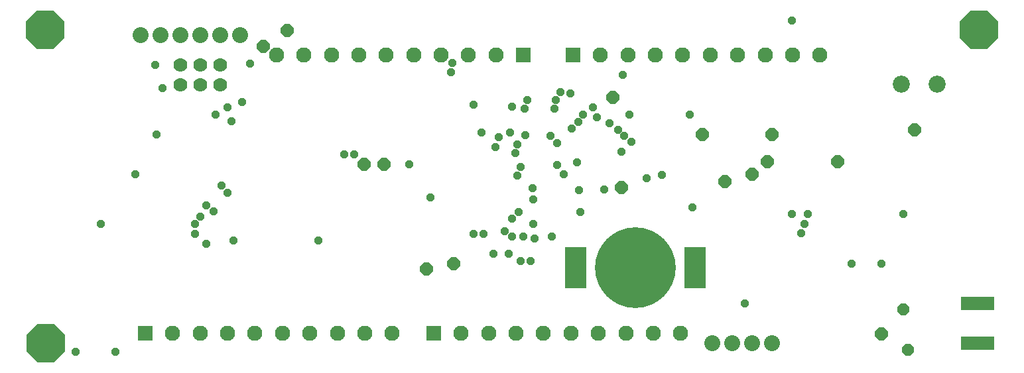
<source format=gbs>
G75*
%MOIN*%
%OFA0B0*%
%FSLAX25Y25*%
%IPPOS*%
%LPD*%
%AMOC8*
5,1,8,0,0,1.08239X$1,22.5*
%
%ADD10R,0.10600X0.20600*%
%ADD11C,0.40600*%
%ADD12C,0.07000*%
%ADD13C,0.08000*%
%ADD14R,0.07687X0.07687*%
%ADD15C,0.07687*%
%ADD16R,0.16600X0.06600*%
%ADD17C,0.08600*%
%ADD18OC8,0.04169*%
%ADD19OC8,0.06506*%
%ADD20OC8,0.05915*%
%ADD21OC8,0.19350*%
D10*
X0277369Y0058625D03*
X0337369Y0058625D03*
D11*
X0307369Y0058625D03*
D12*
X0098619Y0150500D03*
X0088619Y0150500D03*
X0078619Y0150500D03*
X0078619Y0160500D03*
X0088619Y0160500D03*
X0098619Y0160500D03*
D13*
X0098619Y0175500D03*
X0108619Y0175500D03*
X0088619Y0175500D03*
X0078619Y0175500D03*
X0068619Y0175500D03*
X0058619Y0175500D03*
X0346119Y0020500D03*
X0356119Y0020500D03*
X0366119Y0020500D03*
X0376119Y0020500D03*
D14*
X0206119Y0025500D03*
X0061119Y0025500D03*
X0251119Y0165500D03*
X0276119Y0165500D03*
D15*
X0289898Y0165500D03*
X0303678Y0165500D03*
X0317457Y0165500D03*
X0331237Y0165500D03*
X0345016Y0165500D03*
X0358796Y0165500D03*
X0372575Y0165500D03*
X0386355Y0165500D03*
X0400134Y0165500D03*
X0237339Y0165500D03*
X0223560Y0165500D03*
X0209780Y0165500D03*
X0196001Y0165500D03*
X0182221Y0165500D03*
X0168442Y0165500D03*
X0154662Y0165500D03*
X0140883Y0165500D03*
X0127103Y0165500D03*
X0130016Y0025500D03*
X0116237Y0025500D03*
X0102457Y0025500D03*
X0088678Y0025500D03*
X0074898Y0025500D03*
X0143796Y0025500D03*
X0157575Y0025500D03*
X0171355Y0025500D03*
X0185134Y0025500D03*
X0219898Y0025500D03*
X0233678Y0025500D03*
X0247457Y0025500D03*
X0261237Y0025500D03*
X0275016Y0025500D03*
X0288796Y0025500D03*
X0302575Y0025500D03*
X0316355Y0025500D03*
X0330134Y0025500D03*
D16*
X0479369Y0020500D03*
X0479369Y0040500D03*
D17*
X0458931Y0150813D03*
X0440931Y0150813D03*
D18*
X0026119Y0016125D03*
X0046119Y0016125D03*
X0091619Y0070500D03*
X0086119Y0075500D03*
X0086119Y0080500D03*
X0088619Y0084250D03*
X0095494Y0086750D03*
X0091744Y0089875D03*
X0102369Y0096125D03*
X0099256Y0099816D03*
X0056119Y0105500D03*
X0066744Y0125500D03*
X0096431Y0135500D03*
X0104244Y0132375D03*
X0102369Y0139250D03*
X0109869Y0141750D03*
X0069869Y0148938D03*
X0066119Y0160500D03*
X0113619Y0161125D03*
X0214869Y0156750D03*
X0215258Y0161530D03*
X0253206Y0143025D03*
X0251744Y0138625D03*
X0245494Y0139563D03*
X0226119Y0140500D03*
X0266589Y0138470D03*
X0267369Y0143000D03*
X0269869Y0146750D03*
X0274869Y0146125D03*
X0286119Y0139250D03*
X0281119Y0135500D03*
X0287994Y0134250D03*
X0278619Y0131750D03*
X0275494Y0128625D03*
X0264647Y0124875D03*
X0267994Y0121125D03*
X0252056Y0125187D03*
X0244250Y0126437D03*
X0238619Y0124250D03*
X0236916Y0119250D03*
X0247056Y0116125D03*
X0247994Y0120500D03*
X0230041Y0126437D03*
X0193619Y0110500D03*
X0166119Y0115500D03*
X0161226Y0115607D03*
X0204556Y0093937D03*
X0245462Y0083313D03*
X0248728Y0086625D03*
X0256119Y0080500D03*
X0241747Y0076817D03*
X0245494Y0074250D03*
X0251119Y0074131D03*
X0256744Y0073183D03*
X0265494Y0074250D03*
X0243619Y0065500D03*
X0249869Y0061750D03*
X0254869Y0061750D03*
X0236119Y0065500D03*
X0231119Y0075500D03*
X0226119Y0075500D03*
X0256119Y0093000D03*
X0255761Y0098437D03*
X0247994Y0104875D03*
X0249869Y0109250D03*
X0267994Y0110187D03*
X0277994Y0111437D03*
X0271372Y0105500D03*
X0279022Y0097687D03*
X0291744Y0098000D03*
X0312994Y0103625D03*
X0320806Y0105187D03*
X0300494Y0116750D03*
X0305494Y0121750D03*
X0301744Y0124816D03*
X0298619Y0128000D03*
X0294244Y0131125D03*
X0304244Y0135500D03*
X0334695Y0135500D03*
X0301119Y0155419D03*
X0386119Y0183000D03*
X0336119Y0088937D03*
X0386119Y0085684D03*
X0393963Y0085500D03*
X0392369Y0080500D03*
X0390806Y0075813D03*
X0416119Y0060500D03*
X0431119Y0060500D03*
X0362369Y0040500D03*
X0337369Y0058625D03*
X0299869Y0054875D03*
X0279869Y0086437D03*
X0147994Y0072375D03*
X0105494Y0072375D03*
X0038904Y0080559D03*
X0441995Y0085500D03*
D19*
X0408931Y0111750D03*
X0373619Y0111750D03*
X0366119Y0105500D03*
X0352369Y0101750D03*
X0300494Y0098937D03*
X0341119Y0125500D03*
X0376119Y0125500D03*
X0447681Y0127997D03*
X0296119Y0144250D03*
X0181119Y0110500D03*
X0171119Y0110500D03*
X0216119Y0060500D03*
X0202369Y0058000D03*
X0431119Y0025187D03*
X0120494Y0169875D03*
X0132369Y0178000D03*
D20*
X0441995Y0037626D03*
X0444556Y0017375D03*
D21*
X0011119Y0020500D03*
X0010806Y0178312D03*
X0480181Y0178312D03*
M02*

</source>
